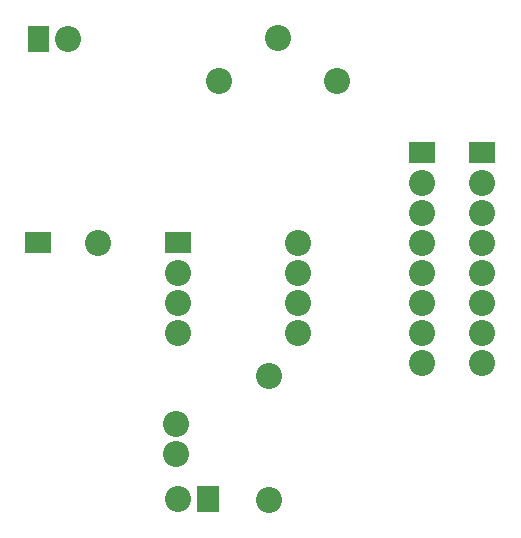
<source format=gbs>
G04 Layer: BottomSolderMaskLayer*
G04 EasyEDA v6.4.7, 2020-12-07T19:31:32+01:00*
G04 02f0051ec37e44d6b2a2dac138836381,6c12292d01d74c0c9c6e030c211cd8ae,10*
G04 Gerber Generator version 0.2*
G04 Scale: 100 percent, Rotated: No, Reflected: No *
G04 Dimensions in millimeters *
G04 leading zeros omitted , absolute positions ,3 integer and 3 decimal *
%FSLAX33Y33*%
%MOMM*%
G90*
D02*

%ADD20C,2.203196*%

%LPD*%
G54D20*
G01X28702Y8212D03*
G01X28702Y18711D03*
G01X34463Y43616D03*
G01X24464Y43616D03*
G01X29464Y47315D03*
G36*
G01X8041Y29108D02*
G01X8041Y30835D01*
G01X10246Y30835D01*
G01X10246Y29108D01*
G01X8041Y29108D01*
G37*
G01X14224Y29972D03*
G36*
G01X19885Y29108D02*
G01X19885Y30835D01*
G01X22090Y30835D01*
G01X22090Y29108D01*
G01X19885Y29108D01*
G37*
G01X20988Y27432D03*
G01X20988Y24892D03*
G01X20988Y22352D03*
G01X31148Y22352D03*
G01X31148Y24892D03*
G01X31148Y27432D03*
G01X31148Y29972D03*
G36*
G01X45633Y36703D02*
G01X45633Y38481D01*
G01X47838Y38481D01*
G01X47838Y36703D01*
G01X45633Y36703D01*
G37*
G01X46736Y35052D03*
G01X46736Y32512D03*
G01X46736Y29972D03*
G01X46736Y27432D03*
G01X46736Y24892D03*
G01X46736Y22352D03*
G01X46736Y19812D03*
G36*
G01X40553Y36703D02*
G01X40553Y38481D01*
G01X42758Y38481D01*
G01X42758Y36703D01*
G01X40553Y36703D01*
G37*
G01X41656Y35052D03*
G01X41656Y32512D03*
G01X41656Y29972D03*
G01X41656Y27432D03*
G01X41656Y24892D03*
G01X41656Y22352D03*
G01X41656Y19812D03*
G01X20828Y14605D03*
G01X20828Y12065D03*
G36*
G01X22593Y7152D02*
G01X22593Y9357D01*
G01X24396Y9357D01*
G01X24396Y7152D01*
G01X22593Y7152D01*
G37*
G01X20955Y8255D03*
G36*
G01X8255Y46141D02*
G01X8255Y48346D01*
G01X10033Y48346D01*
G01X10033Y46141D01*
G01X8255Y46141D01*
G37*
G01X11684Y47244D03*
M00*
M02*

</source>
